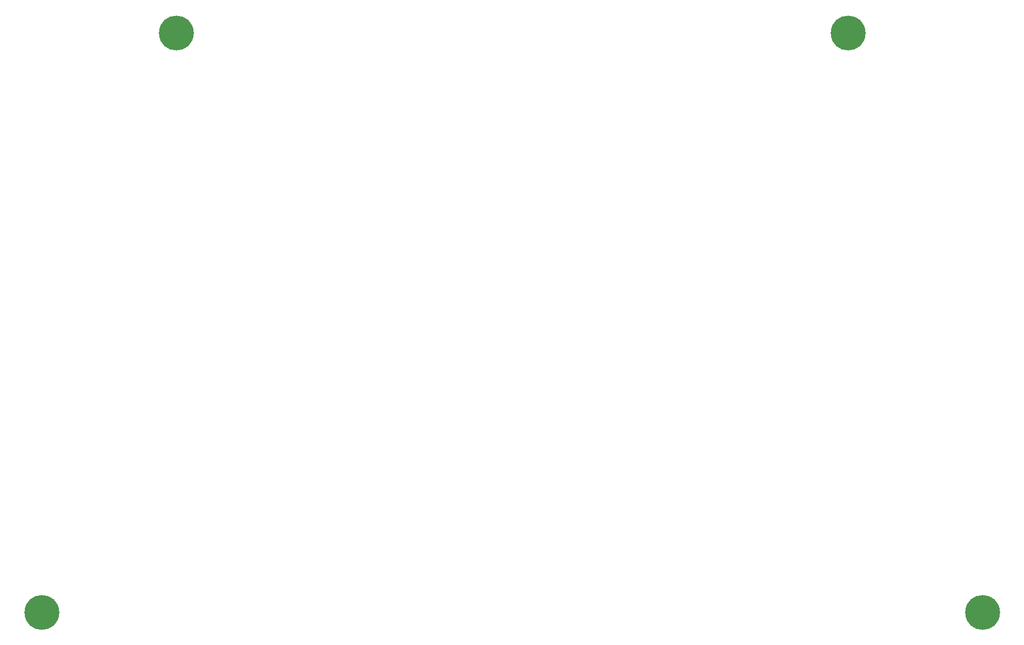
<source format=gbs>
G04*
G04 #@! TF.GenerationSoftware,Altium Limited,Altium Designer,21.1.1 (26)*
G04*
G04 Layer_Color=16711935*
%FSLAX25Y25*%
%MOIN*%
G70*
G04*
G04 #@! TF.SameCoordinates,2E0BF697-75A6-4CC4-BED8-DE0F4DE65696*
G04*
G04*
G04 #@! TF.FilePolarity,Negative*
G04*
G01*
G75*
%ADD10C,0.22453*%
D10*
X-303150Y-137795D02*
D03*
X303150D02*
D03*
X216535Y236221D02*
D03*
X-216535D02*
D03*
M02*

</source>
